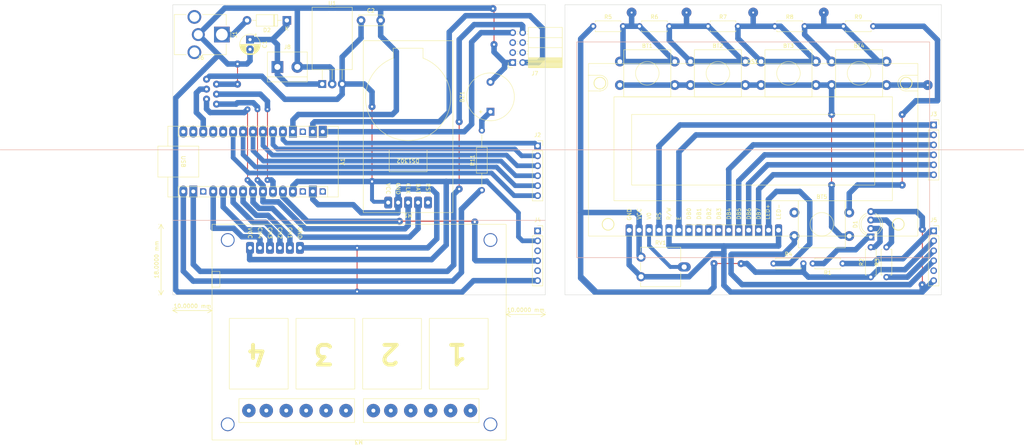
<source format=kicad_pcb>
(kicad_pcb (version 20211014) (generator pcbnew)
  (title_block (title "Gardener"))
  (layers (0 "F.Cu" signal) (31 "B.Cu" signal) (36 "B.SilkS" user "B.Silkscreen") (37 "F.SilkS" user "F.Silkscreen") (39 "F.Mask" user) (44 "Edge.Cuts" user))
  (net 0 "")
  (net 2 "GND")
  (net 9 "V12")
  (net 18 "Net-(BT1-Pad1)")
  (net 19 "Net-(BT2-Pad1)")
  (net 20 "Net-(D1-Pad2)")
  (net 21 "Net-(BT3-Pad1)")
  (net 22 "Net-(BT4-Pad1)")
  (net 23 "Net-(BT5-Pad1)")
  (net 24 "Net-(D1-Pad1)")
  (net 25 "Net-(D1-Pad3)")
  (net 27 "Net-(DS1-Pad3)")
  (net 29 "Net-(BZ1-Pad1)")
  (net 30 "Net-(D2-Pad2)")
  (net 31 "DRS")
  (net 32 "DEN")
  (net 33 "DD1")
  (net 34 "DD2")
  (net 35 "DD3")
  (net 36 "DD4")
  (net 37 "LDG")
  (net 38 "BTS")
  (net 39 "LDB")
  (net 40 "LDR")
  (net 43 "Net-(A1-Pad21)")
  (net 44 "Net-(A1-Pad19)")
  (net 45 "Net-(A1-Pad20)")
  (net 46 "Net-(A1-Pad22)")
  (net 49 "BUZZ")
  (net 51 "ESP-RX")
  (net 52 "ESP-TX")
  (net 58 "V3")
  (net 59 "Net-(DS1-Pad15)")
  (net 60 "Net-(A1-Pad13)")
  (net 61 "Net-(A1-Pad23)")
  (net 62 "Net-(A1-Pad24)")
  (net 63 "Net-(A1-Pad25)")
  (footprint "Resistor_THT:R_Axial_DIN0207_L6.3mm_D2.5mm_P15.24mm_Horizontal" (layer "F.Cu") (at 78.8 47.3 90)
    (fp_text reference "R11")
    (fp_text value "100")
  )
  (footprint "Connector_PinSocket_2.54mm:PinSocket_1x06_P2.54mm_Vertical" (layer "F.Cu") (at 194.025 30.675)
    (fp_text reference "J3")
    (fp_text value "DisplayM")
  )
  (footprint "Resistor_THT:R_Axial_DIN0207_L6.3mm_D2.5mm_P7.62mm_Horizontal" (layer "F.Cu") (at 153.5 5.5)
    (fp_text reference "R8")
    (fp_text value "1K")
  )
  (footprint "Resistor_THT:R_Axial_DIN0207_L6.3mm_D2.5mm_P7.62mm_Horizontal" (layer "F.Cu") (at 171 5.5)
    (fp_text reference "R9")
    (fp_text value "1K")
  )
  (footprint "Resistor_THT:R_Axial_DIN0207_L6.3mm_D2.5mm_P7.62mm_Horizontal" (layer "F.Cu") (at 177.991 69.469 90)
    (fp_text reference "R2")
    (fp_text value "720")
  )
  (footprint "Resistor_THT:R_Axial_DIN0207_L6.3mm_D2.5mm_P7.62mm_Horizontal" (layer "F.Cu") (at 153.19 66)
    (fp_text reference "R4")
    (fp_text value "720")
  )
  (footprint "_pica:Tactile_12_SPST" (layer "F.Cu") (at 115 11.5)
    (fp_text reference "BT1")
    (fp_text value "CH1")
  )
  (footprint "Resistor_THT:R_Axial_DIN0207_L6.3mm_D2.5mm_P7.62mm_Horizontal" (layer "F.Cu") (at 181.991 69.469 90)
    (fp_text reference "R3")
    (fp_text value "720")
  )
  (footprint "Resistor_THT:R_Axial_DIN0207_L6.3mm_D2.5mm_P7.62mm_Horizontal" (layer "F.Cu") (at 136.5 5.5)
    (fp_text reference "R7")
    (fp_text value "1K")
  )
  (footprint "_pica:RelaysModule_4" (layer "F.Cu") (at 85 111.009944 180)
    (fp_text reference "M3")
    (fp_text value "Relay_Module_4Chan")
  )
  (footprint "Resistor_THT:R_Axial_DIN0207_L6.3mm_D2.5mm_P7.62mm_Horizontal" (layer "F.Cu") (at 170.81 66 180)
    (fp_text reference "R1")
    (fp_text value "720")
  )
  (footprint "Potentiometer_THT:Potentiometer_ACP_CA9-V10_Vertical" (layer "F.Cu") (at 119.4 69.375)
    (fp_text reference "RV1")
    (fp_text value "10K")
  )
  (footprint "_pica:Tactile_12_SPST" (layer "F.Cu") (at 133 11.5)
    (fp_text reference "BT2")
    (fp_text value "CH2")
  )
  (footprint "Resistor_THT:R_Axial_DIN0207_L6.3mm_D2.5mm_P7.62mm_Horizontal" (layer "F.Cu") (at 119 5.5)
    (fp_text reference "R6")
    (fp_text value "1K")
  )
  (footprint "Capacitor_THT:C_Disc_D6.0mm_W2.5mm_P5.00mm" (layer "F.Cu") (at 48 4)
    (fp_text reference "C2")
    (fp_text value "100nF")
  )
  (footprint "LED_THT:LED_D5.0mm-4_RGB_Wide_Pins" (layer "F.Cu") (at 178 59.24 90)
    (fp_text reference "D1")
    (fp_text value "RGB LED")
  )
  (footprint "Connector_PinSocket_2.54mm:PinSocket_1x06_P2.54mm_Vertical" (layer "F.Cu") (at 93.025 57.675)
    (fp_text reference "J4")
    (fp_text value "DisplayF")
  )
  (footprint "_pica:RTC_Module" (layer "F.Cu") (at 60 53 180)
    (fp_text reference "M1")
    (fp_text value "RTC_Module")
  )
  (footprint "Package_TO_SOT_THT:TO-220-3_Horizontal_TabDown" (layer "F.Cu") (at 38.1 20.23)
    (fp_text reference "U1")
    (fp_text value "L7805")
  )
  (footprint "_pica:RJ12_pica" (layer "F.Cu") (at 0.1 15.5)
    (fp_text reference "J6")
    (fp_text value "6P6C")
  )
  (footprint "Connector_PinSocket_2.54mm:PinSocket_1x06_P2.54mm_Vertical" (layer "F.Cu") (at 194.025 57.675)
    (fp_text reference "J5")
    (fp_text value "DisplayM")
  )
  (footprint "Connector_PinSocket_2.54mm:PinSocket_2x04_P2.54mm_Horizontal" (layer "F.Cu") (at 86.675 14.75 180)
    (fp_text reference "J7")
    (fp_text value "ESP01")
  )
  (footprint "Capacitor_THT:CP_Radial_D5.0mm_P2.50mm" (layer "F.Cu") (at 19.685 8.89 -90)
    (fp_text reference "C1")
    (fp_text value "1uF")
  )
  (footprint "_pica:Tactile_12_SPST" (layer "F.Cu") (at 159.5 50)
    (fp_text reference "BT5")
    (fp_text value "MODE")
  )
  (footprint "_pica:HY-1602B-pica" (layer "F.Cu") (at 106 15)
    (fp_text reference "DS1")
    (fp_text value "HY1602B")
  )
  (footprint "_pica:Tactile_12_SPST" (layer "F.Cu") (at 169 11.5)
    (fp_text reference "BT4")
    (fp_text value "CH4")
  )
  (footprint "Resistor_THT:R_Axial_DIN0207_L6.3mm_D2.5mm_P7.62mm_Horizontal" (layer "F.Cu") (at 107.19 5.5)
    (fp_text reference "R5")
    (fp_text value "10K")
  )
  (footprint "Connector_PinSocket_2.54mm:PinSocket_1x06_P2.54mm_Vertical" (layer "F.Cu") (at 93.025 36)
    (fp_text reference "J2")
    (fp_text value "DisplayF")
  )
  (footprint "Module:Arduino_Nano" (layer "F.Cu") (at 38.24 32.39 -90)
    (fp_text reference "A1")
    (fp_text value "Arduino Nano")
  )
  (footprint "Buzzer_Beeper:Buzzer_12x9.5RM7.6" (layer "F.Cu") (at 81 27.3 90)
    (fp_text reference "BZ1")
    (fp_text value "Buzzer")
  )
  (footprint "_pica:Tactile_12_SPST" (layer "F.Cu") (at 151 11.5)
    (fp_text reference "BT3")
    (fp_text value "CH3")
  )
  (footprint "TerminalBlock:TerminalBlock_bornier-2_P5.08mm" (layer "F.Cu") (at 26.67 15.875)
    (fp_text reference "J8")
    (fp_text value "12V")
  )
  (footprint "Diode_THT:D_DO-41_SOD81_P10.16mm_Horizontal" (layer "F.Cu") (at 29.08 4 180)
    (fp_text reference "D2")
    (fp_text value "1N4001")
  )
  (footprint "Connector_BarrelJack:BarrelJack_CUI_PJ-063AH_Horizontal_CircularHoles" (layer "F.Cu") (at 12.5 7.62 -90)
    (fp_text reference "J1")
    (fp_text value "12V")
  )
  (gr_line (start -44 37) (end 217 37) (layer "B.SilkS") (width 0.15))
  (gr_rect locked (start 103 9.5) (end 193 64.5) (layer "B.SilkS") (width 0.15) (fill none))
  (gr_line locked (start 0 55) (end 95 55) (layer "B.SilkS") (width 0.15))
  (gr_rect locked (start 100 0) (end 196 74) (layer "Edge.Cuts") (width 0.1) (fill none))
  (gr_rect locked (start 0 0) (end 95 74) (layer "Edge.Cuts") (width 0.1) (fill none))
  (dimension (type aligned) (layer "F.SilkS") (pts (xy 85 79) (xy 95 79)) (height 0) (gr_text "10.0000 mm" (at 90 77.85) (layer "F.SilkS") (effects (font (size 1 1) (thickness 0.15)))) (format (units 3) (units_format 1) (precision 4)) (style (thickness 0.15) (arrow_length 1.27) (text_position_mode 0) (extension_height 0.58642) (extension_offset 0.5) keep_text_aligned))
  (dimension (type aligned) (layer "F.SilkS") (pts (xy 0 78) (xy 10 78)) (height 0) (gr_text "10.0000 mm" (at 5 76.85) (layer "F.SilkS") (effects (font (size 1 1) (thickness 0.15)))) (format (units 3) (units_format 1) (precision 4)) (style (thickness 0.15) (arrow_length 1.27) (text_position_mode 0) (extension_height 0.58642) (extension_offset 0.5) keep_text_aligned))
  (dimension (type aligned) (layer "F.SilkS") (pts (xy -3 74) (xy -3 56)) (height 0) (gr_text "18.0000 mm" (at -4.15 65 90) (layer "F.SilkS") (effects (font (size 1 1) (thickness 0.15)))) (format (units 3) (units_format 1) (precision 4)) (style (thickness 0.15) (arrow_length 1.27) (text_position_mode 0) (extension_height 0.58642) (extension_offset 0.5) keep_text_aligned))
  (segment (start 81.915 1.27) (end 81.645 1) (width 0.2) (layer "F.Cu") (net 2))
  (segment (start 191.135 71.374) (end 191.135 57.277) (width 0.2) (layer "F.Cu") (net 2))
  (segment (start 47 62.019888) (end 46.990056 62.009944) (width 0.5) (layer "F.Cu") (net 2))
  (segment (start 46.99 62.01) (end 46.990056 62.009944) (width 0.2) (layer "F.Cu") (net 2))
  (segment (start 81.915 10.16) (end 81.915 1.27) (width 0.2) (layer "F.Cu") (net 2))
  (segment (start 191.1 71.409) (end 191.135 71.374) (width 1.4) (layer "F.Cu") (net 2))
  (segment (start 16.5 15.12) (end 16.5 20.27) (width 0.2) (layer "F.Cu") (net 2))
  (segment (start 46.99 73.5) (end 46.99 62.01) (width 0.2) (layer "F.Cu") (net 2))
  (via (at 81.915 10.16) (size 1.8) (drill 0.6) (layers "F.Cu" "B.Cu") (net 2))
  (via (at 16.5 20.27) (size 1.8) (drill 0.6) (layers "F.Cu" "B.Cu") (net 2))
  (via (at 191.1 71.409) (size 1.8) (drill 0.6) (layers "F.Cu" "B.Cu") (net 2))
  (via (at 16.5 15.12) (size 1.8) (drill 0.6) (layers "F.Cu" "B.Cu") (net 2))
  (via (at 81.645 1) (size 1.8) (drill 0.6) (layers "F.Cu" "B.Cu") (net 2))
  (via (at 46.99 73.152) (size 1.5) (drill 0.5) (layers "F.Cu" "B.Cu") (net 2))
  (via (at 46.990056 62.009944) (size 1.5) (drill 0.5) (layers "F.Cu" "B.Cu") (net 2))
  (via (at 191.135 57.277) (size 1.8) (drill 0.6) (layers "F.Cu" "B.Cu") (net 2))
  (segment (start 19.685 14.315) (end 19.685 11.39) (width 1.4) (layer "B.Cu") (net 2))
  (segment (start 16.5 15.12) (end 18.88 15.12) (width 1.4) (layer "B.Cu") (net 2))
  (segment (start 40.005 15.875) (end 31.75 15.875) (width 1.4) (layer "B.Cu") (net 2))
  (segment (start 14 15.12) (end 16.5 15.12) (width 1.4) (layer "B.Cu") (net 2))
  (segment (start 142.261 73.3) (end 140.53 71.569) (width 1.4) (layer "B.Cu") (net 2))
  (segment (start 46.990056 62.009944) (end 32.408 62.009944) (width 1) (layer "B.Cu") (net 2))
  (segment (start 40.64 16.51) (end 40.005 15.875) (width 1.4) (layer "B.Cu") (net 2))
  (segment (start 64.990056 62.009944) (end 67.31 59.69) (width 1.4) (layer "B.Cu") (net 2))
  (segment (start 57.46 50.46) (end 57.46 51.399899) (width 1.4) (layer "B.Cu") (net 2))
  (segment (start 131.625 69.375) (end 137.47 63.53) (width 1.4) (layer "B.Cu") (net 2))
  (segment (start 0.7 72.7) (end 1.3 73.3) (width 1.4) (layer "B.Cu") (net 2))
  (segment (start 81.645 1) (end 81.645 0.905) (width 1) (layer "B.Cu") (net 2))
  (segment (start 32 28) (end 56 28) (width 1.4) (layer "B.Cu") (net 2))
  (segment (start 81.915 10.16) (end 81.915 12.065) (width 1.4) (layer "B.Cu") (net 2))
  (segment (start 35.7 49.642792) (end 35.7 47.63) (width 1.4) (layer "B.Cu") (net 2))
  (segment (start 53 1) (end 81.645 1) (width 1) (layer "B.Cu") (net 2))
  (segment (start 191.1 73.3) (end 191.1 71.409) (width 1.4) (layer "B.Cu") (net 2))
  (segment (start 67.31 59.69) (end 67.31 48.31) (width 1.4) (layer "B.Cu") (net 2))
  (segment (start 191.1 73.3) (end 142.261 73.3) (width 1.4) (layer "B.Cu") (net 2))
  (segment (start 11.69 12.81) (end 14 15.12) (width 1.4) (layer "B.Cu") (net 2))
  (segment (start 53 8) (end 53 4) (width 1.4) (layer "B.Cu") (net 2))
  (segment (start 32.408 62.009944) (end 64.990056 62.009944) (width 1.4) (layer "B.Cu") (net 2))
  (segment (start 48.086 53.086) (end 46 51) (width 1.4) (layer "B.Cu") (net 2))
  (segment (start 189.669 52.763) (end 178 52.763) (width 1.4) (layer "B.Cu") (net 2))
  (segment (start 37.057208 51) (end 35.7 49.642792) (width 1.4) (layer "B.Cu") (net 2))
  (segment (start 6.5 7.62) (end 13.12 1) (width 1.4) (layer "B.Cu") (net 2))
  (segment (start 30.62 29.38) (end 30.9525 29.0475) (width 1) (layer "B.Cu") (net 2))
  (segment (start 73.766 73.3) (end 76.691 70.375) (width 1.4) (layer "B.Cu") (net 2))
  (segment (start 116.37 66.345) (end 119.4 69.375) (width 1.4) (layer "B.Cu") (net 2))
  (segment (start 84.6 14.75) (end 86.675 14.75) (width 1.4) (layer "B.Cu") (net 2))
  (segment (start 13.12 1) (end 13.250001 0.869999) (width 1.4) (layer "B.Cu") (net 2))
  (segment (start 116.37 57.5) (end 116.37 66.345) (width 1.4) (layer "B.Cu") (net 2))
  (segment (start 81.609999 0.869999) (end 81.645 0.905) (width 1.4) (layer "B.Cu") (net 2))
  (segment (start 58 47) (end 57.46 47.54) (width 1.4) (layer "B.Cu") (net 2))
  (segment (start 126.53 57.5) (end 126.53 61.53) (width 1.4) (layer "B.Cu") (net 2))
  (segment (start 57.404 53.086) (end 48.086 53.086) (width 1.4) (layer "B.Cu") (net 2))
  (segment (start 13.250001 0.869999) (end 81.609999 0.869999) (width 1.4) (layer "B.Cu") (net 2))
  (segment (start 76.691 70.375) (end 93.025 70.375) (width 1.4) (layer "B.Cu") (net 2))
  (segment (start 46 51) (end 37.057208 51) (width 1.4) (layer "B.Cu") (net 2))
  (segment (start 0.7 23.8) (end 0.7 72.7) (width 1.4) (layer "B.Cu") (net 2))
  (segment (start 140.53 61.53) (end 140.53 63.53) (width 1.4) (layer "B.Cu") (net 2))
  (segment (start 194.025 70.375) (end 191.1 73.3) (width 1.4) (layer "B.Cu") (net 2))
  (segment (start 66 47) (end 58 47) (width 1.4) (layer "B.Cu") (net 2))
  (segment (start 53 1) (end 37.195 1) (width 1) (layer "B.Cu") (net 2))
  (segment (start 81 19.7) (end 84.6 16.1) (width 1.4) (layer "B.Cu") (net 2))
  (segment (start 31.75 15.875) (end 31.75 1.365) (width 1.4) (layer "B.Cu") (net 2))
  (segment (start 57.46 47.54) (end 57.46 50.46) (width 1.4) (layer "B.Cu") (net 2))
  (segment (start 30.9525 29.0475) (end 32 28) (width 1.4) (layer "B.Cu") (net 2))
  (segment (start 137.47 63.53) (end 140.53 63.53) (width 1.4) (layer "B.Cu") (net 2))
  (segment (start 67.31 48.31) (end 66 47) (width 1.4) (layer "B.Cu") (net 2))
  (segment (start 57.46 51.399899) (end 57.404 51.455899) (width 1.4) (layer "B.Cu") (net 2))
  (segment (start 53 4) (end 53 1) (width 1.4) (layer "B.Cu") (net 2))
  (segment (start 57 12) (end 53 8) (width 1.4) (layer "B.Cu") (net 2))
  (segment (start 57 27) (end 57 12) (width 1.4) (layer "B.Cu") (net 2))
  (segment (start 56 28) (end 57 27) (width 1.4) (layer "B.Cu") (net 2))
  (segment (start 30.62 32.39) (end 30.62 29.38) (width 1.4) (layer "B.Cu") (net 2))
  (segment (start 11.14 20.27) (end 16.27 20.27) (width 1.4) (layer "B.Cu") (net 2))
  (segment (start 191.135 54.229) (end 189.669 52.763) (width 1.4) (layer "B.Cu") (net 2))
  (segment (start 18.88 15.12) (end 19.685 14.315) (width 1.4) (layer "B.Cu") (net 2))
  (segment (start 140.53 71.569) (end 140.53 63.53) (width 1.4) (layer "B.Cu") (net 2))
  (segment (start 40.64 20.23) (end 40.64 16.51) (width 1.4) (layer "B.Cu") (net 2))
  (segment (start 7.86 16.64) (end 0.7 23.8) (width 1.4) (layer "B.Cu") (net 2))
  (segment (start 84.6 16.1) (end 84.6 14.75) (width 1.4) (layer "B.Cu") (net 2))
  (segment (start 126.53 61.53) (end 132.53 61.53) (width 1) (layer "B.Cu") (net 2))
  (segment (start 126.53 61.53) (end 154.47 61.53) (width 1.4) (layer "B.Cu") (net 2))
  (segment (start 57.404 51.455899) (end 57.404 53.086) (width 1.4) (layer "B.Cu") (net 2))
  (segment (start 1.3 73.3) (end 73.766 73.3) (width 1.4) (layer "B.Cu") (net 2))
  (segment (start 64.990056 62.009944) (end 46.990056 62.009944) (width 1) (layer "B.Cu") (net 2))
  (segment (start 31.385 1) (end 29 1) (width 1) (layer "B.Cu") (net 2))
  (segment (start 7.86 16.64) (end 11.69 12.81) (width 1.4) (layer "B.Cu") (net 2))
  (segment (start 191.135 57.277) (end 191.135 54.229) (width 1.4) (layer "B.Cu") (net 2))
  (segment (start 81.915 12.065) (end 84.6 14.75) (width 1.4) (layer "B.Cu") (net 2))
  (segment (start 154.47 61.53) (end 154.47 57.5) (width 1.4) (layer "B.Cu") (net 2))
  (segment (start 6.5 7.62) (end 11.69 12.81) (width 1.4) (layer "B.Cu") (net 2))
  (segment (start 119.4 69.375) (end 131.625 69.375) (width 1.4) (layer "B.Cu") (net 2))
  (segment (start 26.67 10.16) (end 25.4 8.89) (width 1.4) (layer "B.Cu") (net 9))
  (segment (start 26.67 17.78) (end 26.67 15.875) (width 1.4) (layer "B.Cu") (net 9))
  (segment (start 25.7175 8.5725) (end 29.08 5.21) (width 1.4) (layer "B.Cu") (net 9))
  (segment (start 26.67 15.875) (end 26.67 10.16) (width 1.4) (layer "B.Cu") (net 9))
  (segment (start 19.685 8.89) (end 25.4 8.89) (width 1.4) (layer "B.Cu") (net 9))
  (segment (start 29.08 4) (end 29 4) (width 1) (layer "B.Cu") (net 9))
  (segment (start 29.12 20.23) (end 26.67 17.78) (width 1.4) (layer "B.Cu") (net 9))
  (segment (start 29.08 4) (end 29.08 4.02) (width 1) (layer "B.Cu") (net 9))
  (segment (start 29.08 5.21) (end 29.08 4) (width 1.4) (layer "B.Cu") (net 9))
  (segment (start 29.08 4) (end 29.08 3.92) (width 1) (layer "B.Cu") (net 9))
  (segment (start 25.4 8.89) (end 25.7175 8.5725) (width 1.4) (layer "B.Cu") (net 9))
  (segment (start 38.1 20.23) (end 29.12 20.23) (width 1.4) (layer "B.Cu") (net 9))
  (via (at 117 2) (size 2.5) (drill 0.5) (layers "F.Cu" "B.Cu") (net 18))
  (segment (start 116.5 5.5) (end 114.81 5.5) (width 1.4) (layer "B.Cu") (net 18))
  (segment (start 128 14.5) (end 119 5.5) (width 1.4) (layer "B.Cu") (net 18))
  (segment (start 117 2) (end 117 5) (width 1.4) (layer "B.Cu") (net 18))
  (segment (start 117 5) (end 116.5 5.5) (width 1.4) (layer "B.Cu") (net 18))
  (segment (start 119 5.5) (end 116.5 5.5) (width 1.4) (layer "B.Cu") (net 18))
  (segment (start 114.81 5.5) (end 114.81 13.69) (width 1.4) (layer "B.Cu") (net 18))
  (segment (start 114.81 13.69) (end 114 14.5) (width 1.4) (layer "B.Cu") (net 18))
  (segment (start 114 14.5) (end 128 14.5) (width 1.4) (layer "B.Cu") (net 18))
  (via (at 131 2) (size 2.5) (drill 0.5) (layers "F.Cu" "B.Cu") (net 19))
  (segment (start 126.62 5.5) (end 130 5.5) (width 1.4) (layer "B.Cu") (net 19))
  (segment (start 126.62 9.12) (end 132 14.5) (width 1.4) (layer "B.Cu") (net 19))
  (segment (start 131.5 5.5) (end 136.5 5.5) (width 1.4) (layer "B.Cu") (net 19))
  (segment (start 132 14.5) (end 146 14.5) (width 1.4) (layer "B.Cu") (net 19))
  (segment (start 126.62 5.5) (end 126.62 9.12) (width 1.4) (layer "B.Cu") (net 19))
  (segment (start 145.5 14.5) (end 136.5 5.5) (width 1.4) (layer "B.Cu") (net 19))
  (segment (start 146 14.5) (end 145.5 14.5) (width 1.4) (layer "B.Cu") (net 19))
  (segment (start 131 2) (end 131 5) (width 1.4) (layer "B.Cu") (net 19))
  (segment (start 130 5.5) (end 131.5 5.5) (width 1.4) (layer "B.Cu") (net 19))
  (segment (start 131 5) (end 131.5 5.5) (width 1.4) (layer "B.Cu") (net 19))
  (segment (start 178.943 61.849) (end 180.34 60.452) (width 1.4) (layer "B.Cu") (net 20))
  (segment (start 180.017 57.081) (end 180.34 57.404) (width 1.4) (layer "B.Cu") (net 20))
  (segment (start 180.34 57.404) (end 180.34 60.452) (width 1.4) (layer "B.Cu") (net 20))
  (segment (start 177.991 61.849) (end 178.943 61.849) (width 1.4) (layer "B.Cu") (net 20))
  (segment (start 178 57.081) (end 180.017 57.081) (width 1.4) (layer "B.Cu") (net 20))
  (via (at 148 2) (size 2.5) (drill 0.5) (layers "F.Cu" "B.Cu") (net 21))
  (segment (start 144.12 5.5) (end 144.12 8.62) (width 1.4) (layer "B.Cu") (net 21))
  (segment (start 155 5.5) (end 153.5 5.5) (width 1.4) (layer "B.Cu") (net 21))
  (segment (start 153.5 5.5) (end 148 5.5) (width 1.4) (layer "B.Cu") (net 21))
  (segment (start 148 5.5) (end 144.12 5.5) (width 1.4) (layer "B.Cu") (net 21))
  (segment (start 164 14.5) (end 155 5.5) (width 1.4) (layer "B.Cu") (net 21))
  (segment (start 150 14.5) (end 164 14.5) (width 1.4) (layer "B.Cu") (net 21))
  (segment (start 148 5.5) (end 148 2) (width 1.4) (layer "B.Cu") (net 21))
  (segment (start 144.12 8.62) (end 150 14.5) (width 1.4) (layer "B.Cu") (net 21))
  (via (at 166 2) (size 2.5) (drill 0.5) (layers "F.Cu" "B.Cu") (net 22))
  (segment (start 161.12 5.5) (end 161.12 7.62) (width 1.4) (layer "B.Cu") (net 22))
  (segment (start 171 5.5) (end 166 5.5) (width 1.4) (layer "B.Cu") (net 22))
  (segment (start 166 5.5) (end 161.12 5.5) (width 1.4) (layer "B.Cu") (net 22))
  (segment (start 180 14.5) (end 171 5.5) (width 1.4) (layer "B.Cu") (net 22))
  (segment (start 168 14.5) (end 182 14.5) (width 1.4) (layer "B.Cu") (net 22))
  (segment (start 166 5.5) (end 166 2) (width 1.4) (layer "B.Cu") (net 22))
  (segment (start 182 14.5) (end 180 14.5) (width 1.4) (layer "B.Cu") (net 22))
  (segment (start 161.12 7.62) (end 168 14.5) (width 1.4) (layer "B.Cu") (net 22))
  (segment (start 186 28) (end 186 46) (width 0.2) (layer "F.Cu") (net 23))
  (via (at 186 28) (size 1.8) (drill 0.6) (layers "F.Cu" "B.Cu") (net 23))
  (via (at 186 46) (size 1.8) (drill 0.6) (layers "F.Cu" "B.Cu") (net 23))
  (segment (start 172.5 53) (end 172.5 48.099) (width 1.4) (layer "B.Cu") (net 23))
  (segment (start 195 9) (end 191.5 5.5) (width 1.4) (layer "B.Cu") (net 23))
  (segment (start 172.5 48.099) (end 174.625 45.974) (width 1.4) (layer "B.Cu") (net 23))
  (segment (start 191.5 5.5) (end 178.62 5.5) (width 1.4) (layer "B.Cu") (net 23))
  (segment (start 185.974 45.974) (end 186 46) (width 1.4) (layer "B.Cu") (net 23))
  (segment (start 186 28) (end 189.5 24.5) (width 1.4) (layer "B.Cu") (net 23))
  (segment (start 189.5 24.5) (end 195 24.5) (width 1.4) (layer "B.Cu") (net 23))
  (segment (start 174.625 45.974) (end 185.974 45.974) (width 1.4) (layer "B.Cu") (net 23))
  (segment (start 195 24.5) (end 195 9) (width 1.4) (layer "B.Cu") (net 23))
  (segment (start 163.19 66) (end 166.029 66) (width 1.4) (layer "B.Cu") (net 24))
  (segment (start 174.117 62.484) (end 177.361 59.24) (width 1.4) (layer "B.Cu") (net 24))
  (segment (start 177.361 59.24) (end 178 59.24) (width 1.4) (layer "B.Cu") (net 24))
  (segment (start 169.545 62.484) (end 174.117 62.484) (width 1.4) (layer "B.Cu") (net 24))
  (segment (start 166.029 66) (end 169.545 62.484) (width 1.4) (layer "B.Cu") (net 24))
  (segment (start 181.991 61.849) (end 183.261 60.579) (width 1.4) (layer "B.Cu") (net 25))
  (segment (start 178 54.922) (end 181.922 54.922) (width 1.4) (layer "B.Cu") (net 25))
  (segment (start 181.991 55.009) (end 182 55) (width 1.4) (layer "B.Cu") (net 25))
  (segment (start 183.261 56.261) (end 182 55) (width 1.4) (layer "B.Cu") (net 25))
  (segment (start 183.261 60.579) (end 183.261 56.261) (width 1.4) (layer "B.Cu") (net 25))
  (segment (start 181.922 54.922) (end 182 55) (width 1.4) (layer "B.Cu") (net 25))
  (segment (start 126.875 66.875) (end 121.45 61.45) (width 1) (layer "B.Cu") (net 27))
  (segment (start 121.45 61.45) (end 121.45 57.5) (width 1) (layer "B.Cu") (net 27))
  (segment (start 129.4 66.875) (end 126.875 66.875) (width 1) (layer "B.Cu") (net 27))
  (segment (start 78.8 32.06) (end 78.8 29.5) (width 1.4) (layer "B.Cu") (net 29))
  (segment (start 78.8 29.5) (end 81 27.3) (width 1.4) (layer "B.Cu") (net 29))
  (segment (start 12.5 7.62) (end 15.3 7.62) (width 1.4) (layer "B.Cu") (net 30))
  (segment (start 15.3 7.62) (end 18.92 4) (width 1.4) (layer "B.Cu") (net 30))
  (segment (start 28.956 35.306) (end 92.331 35.306) (width 1.2) (layer "B.Cu") (net 31))
  (segment (start 28.08 32.39) (end 28.08 34.43) (width 1.2) (layer "B.Cu") (net 31))
  (segment (start 123.952 36.068) (end 123.99 36.106) (width 1.4) (layer "B.Cu") (net 31))
  (segment (start 28.08 34.43) (end 28.956 35.306) (width 1.2) (layer "B.Cu") (net 31))
  (segment (start 129.345 30.675) (end 123.952 36.068) (width 1.4) (layer "B.Cu") (net 31))
  (segment (start 194.025 30.675) (end 129.345 30.675) (width 1.4) (layer "B.Cu") (net 31))
  (segment (start 123.99 36.106) (end 123.99 57.5) (width 1.4) (layer "B.Cu") (net 31))
  (segment (start 92.331 35.306) (end 93.025 36) (width 1.2) (layer "B.Cu") (net 31))
  (segment (start 133.409 33.215) (end 129.07 37.554) (width 1.4) (layer "B.Cu") (net 32))
  (segment (start 26.67 36.83) (end 25.54 35.7) (width 1.2) (layer "B.Cu") (net 32))
  (segment (start 25.54 35.7) (end 25.54 32.39) (width 1.2) (layer "B.Cu") (net 32))
  (segment (start 88.959 38.54) (end 87.219 36.8) (width 1.2) (layer "B.Cu") (net 32))
  (segment (start 26.7 36.8) (end 26.67 36.83) (width 1.2) (layer "B.Cu") (net 32))
  (segment (start 87.219 36.8) (end 26.7 36.8) (width 1.2) (layer "B.Cu") (net 32))
  (segment (start 129.07 37.554) (end 129.07 57.5) (width 1.4) (layer "B.Cu") (net 32))
  (segment (start 194.025 33.215) (end 133.409 33.215) (width 1.4) (layer "B.Cu") (net 32))
  (segment (start 93.025 38.54) (end 88.959 38.54) (width 1.2) (layer "B.Cu") (net 32))
  (segment (start 194.025 35.755) (end 148.014 35.755) (width 1.4) (layer "B.Cu") (net 33))
  (segment (start 87.816 41.08) (end 85.09 38.354) (width 1.2) (layer "B.Cu") (net 33))
  (segment (start 93.025 41.08) (end 87.816 41.08) (width 1.2) (layer "B.Cu") (net 33))
  (segment (start 25.4 38.354) (end 23 35.954) (width 1.2) (layer "B.Cu") (net 33))
  (segment (start 85.09 38.354) (end 25.4 38.354) (width 1.2) (layer "B.Cu") (net 33))
  (segment (start 148.014 35.755) (end 141.732 42.037) (width 1.4) (layer "B.Cu") (net 33))
  (segment (start 23 35.954) (end 23 32.39) (width 1.2) (layer "B.Cu") (net 33))
  (segment (start 141.77 42.075) (end 141.77 57.5) (width 1.4) (layer "B.Cu") (net 33))
  (segment (start 141.732 42.037) (end 141.77 42.075) (width 1.4) (layer "B.Cu") (net 33))
  (segment (start 87.433699 43.62) (end 93.025 43.62) (width 1.2) (layer "B.Cu") (net 34))
  (segment (start 20.46 37.224) (end 23.114 39.878) (width 1.2) (layer "B.Cu") (net 34))
  (segment (start 23.114 39.878) (end 83.691699 39.878) (width 1.2) (layer "B.Cu") (net 34))
  (segment (start 20.46 32.39) (end 20.46 37.224) (width 1.2) (layer "B.Cu") (net 34))
  (segment (start 83.691699 39.878) (end 87.433699 43.62) (width 1.2) (layer "B.Cu") (net 34))
  (segment (start 150.935 38.295) (end 144.31 44.92) (width 1.4) (layer "B.Cu") (net 34))
  (segment (start 194.025 38.295) (end 150.935 38.295) (width 1.4) (layer "B.Cu") (net 34))
  (segment (start 144.31 44.92) (end 144.31 57.5) (width 1.4) (layer "B.Cu") (net 34))
  (segment (start 17.92 32.39) (end 17.92 38.24) (width 1.2) (layer "B.Cu") (net 35))
  (segment (start 194.025 40.835) (end 151.697 40.835) (width 1.4) (layer "B.Cu") (net 35))
  (segment (start 146.812 45.72) (end 146.85 45.758) (width 1.4) (layer "B.Cu") (net 35))
  (segment (start 87.308 46.16) (end 93.025 46.16) (width 1.2) (layer "B.Cu") (net 35))
  (segment (start 17.92 38.24) (end 21.082 41.402) (width 1.2) (layer "B.Cu") (net 35))
  (segment (start 82.55 41.402) (end 87.308 46.16) (width 1.2) (layer "B.Cu") (net 35))
  (segment (start 21.082 41.402) (end 82.55 41.402) (width 1.2) (layer "B.Cu") (net 35))
  (segment (start 146.85 45.758) (end 146.85 57.5) (width 1.4) (layer "B.Cu") (net 35))
  (segment (start 151.697 40.835) (end 146.812 45.72) (width 1.4) (layer "B.Cu") (net 35))
  (segment (start 87.054 48.7) (end 93.025 48.7) (width 1.2) (layer "B.Cu") (net 36))
  (segment (start 15.38 39.002) (end 19.304 42.926) (width 1.2) (layer "B.Cu") (net 36))
  (segment (start 19.304 42.926) (end 81.28 42.926) (width 1.2) (layer "B.Cu") (net 36))
  (segment (start 15.38 32.39) (end 15.38 39.002) (width 1.2) (layer "B.Cu") (net 36))
  (segment (start 81.28 42.926) (end 87.054 48.7) (width 1.2) (layer "B.Cu") (net 36))
  (segment (start 149.39 47.079) (end 153.094 43.375) (width 1.4) (layer "B.Cu") (net 36))
  (segment (start 153.094 43.375) (end 194.025 43.375) (width 1.4) (layer "B.Cu") (net 36))
  (segment (start 149.39 57.5) (end 149.39 47.079) (width 1.4) (layer "B.Cu") (net 36))
  (segment (start 50.8 44.45) (end 50.8 26) (width 0.2) (layer "F.Cu") (net 37))
  (segment (start 138 66) (end 144 66) (width 0.2) (layer "F.Cu") (net 37))
  (via (at 50.8 45.085) (size 1.8) (drill 0.6) (layers "F.Cu" "B.Cu") (net 37))
  (via (at 138 66) (size 1.8) (drill 0.6) (layers "F.Cu" "B.Cu") (net 37))
  (via (at 50.8 26) (size 1.8) (drill 0.6) (layers "F.Cu" "B.Cu") (net 37))
  (via (at 144.907 66.04) (size 1.8) (drill 0.6) (layers "F.Cu" "B.Cu") (net 37))
  (segment (start 107.59 73.3) (end 136.7 73.3) (width 1.4) (layer "B.Cu") (net 37))
  (segment (start 162.089 69.469) (end 160.81 68.19) (width 1.4) (layer "B.Cu") (net 37))
  (segment (start 51.2826 50.2605) (end 54.7205 50.2605) (width 1) (layer "B.Cu") (net 37))
  (segment (start 104.224 8.466) (end 104 8.69) (width 1) (layer "B.Cu") (net 37))
  (segment (start 50.8 22.225) (end 50.8 26) (width 1.4) (layer "B.Cu") (net 37))
  (segment (start 43.18 13.335) (end 48 8.515) (width 1.4) (layer "B.Cu") (net 37))
  (segment (start 104 8.69) (end 104 69.71) (width 1.4) (layer "B.Cu") (net 37))
  (segment (start 66 65) (end 19.582 65) (width 1.4) (layer "B.Cu") (net 37))
  (segment (start 48.805 20.23) (end 50.8 22.225) (width 1.4) (layer "B.Cu") (net 37))
  (segment (start 88.138 53.086) (end 88.138 59.182) (width 1.2) (layer "B.Cu") (net 37))
  (segment (start 79.9654 45.085) (end 80.0512 44.9992) (width 1.4) (layer "B.Cu") (net 37))
  (segment (start 54.7205 50.2605) (end 54.92 50.46) (width 1) (layer "B.Cu") (net 37))
  (segment (start 160.801 68.199) (end 160.81 68.19) (width 1.4) (layer "B.Cu") (net 37))
  (segment (start 50.8 49.7779) (end 51.2826 50.2605) (width 1) (layer "B.Cu") (net 37))
  (segment (start 118.91 57.5) (end 118.91 63.885) (width 1.4) (layer "B.Cu") (net 37))
  (segment (start 9.36 18.24) (end 22.685 18.24) (width 1.4) (layer "B.Cu") (net 37))
  (segment (start 89.171 60.215) (end 93.025 60.215) (width 1.2) (layer "B.Cu") (net 37))
  (segment (start 8.6 19) (end 9.36 18.24) (width 1.4) (layer "B.Cu") (net 37))
  (segment (start 19.582 65) (end 19.582 62.115283) (width 1.4) (layer "B.Cu") (net 37))
  (segment (start 88.138 59.182) (end 89.171 60.215) (width 1.2) (layer "B.Cu") (net 37))
  (segment (start 177.991 69.469) (end 179.896 67.564) (width 1.4) (layer "B.Cu") (net 37))
  (segment (start 22.685 18.24) (end 28.575 24.13) (width 1.4) (layer "B.Cu") (net 37))
  (segment (start 118 53) (end 118.91 53.91) (width 1.4) (layer "B.Cu") (net 37))
  (segment (start 30.62 46.215) (end 30.62 47.63) (width 1.4) (layer "B.Cu") (net 37))
  (segment (start 138 72) (end 138 66) (width 1.4) (layer "B.Cu") (net 37))
  (segment (start 136.5 73.5) (end 108.5 73.5) (width 1) (layer "B.Cu") (net 37))
  (segment (start 138 72) (end 136.5 73.5) (width 1) (layer "B.Cu") (net 37))
  (segment (start 80.0512 44.9992) (end 88.138 53.086) (width 1.2) (layer "B.Cu") (net 37))
  (segment (start 69.723 61.277) (end 66 65) (width 1.4) (layer "B.Cu") (net 37))
  (segment (start 136.7 73.3) (end 138 72) (width 1.4) (layer "B.Cu") (net 37))
  (segment (start 148.59 68.199) (end 160.801 68.199) (width 1.4) (layer "B.Cu") (net 37))
  (segment (start 146.351 66.04) (end 146.391 66) (width 1.4) (layer "B.Cu") (net 37))
  (segment (start 43.18 20.23) (end 48.805 20.23) (width 1.4) (layer "B.Cu") (net 37))
  (segment (start 69.723 45.085) (end 69.723 61.277) (width 1.4) (layer "B.Cu") (net 37))
  (segment (start 104 8.69) (end 104 53) (width 1) (layer "B.Cu") (net 37))
  (segment (start 177.991 69.469) (end 162.089 69.469) (width 1.4) (layer "B.Cu") (net 37))
  (segment (start 69.723 45.085) (end 79.9654 45.085) (width 1.4) (layer "B.Cu") (net 37))
  (segment (start 107.19 5.5) (end 104.224 8.466) (width 1.4) (layer "B.Cu") (net 37))
  (segment (start 50.8 45.085) (end 69.723 45.085) (width 1.4) (layer "B.Cu") (net 37))
  (segment (start 19.582 62.115283) (end 19.687339 62.009944) (width 1.4) (layer "B.Cu") (net 37))
  (segment (start 31.75 45.085) (end 50.8 45.085) (width 1.4) (layer "B.Cu") (net 37))
  (segment (start 31.75 45.085) (end 30.62 46.215) (width 1.4) (layer "B.Cu") (net 37))
  (segment (start 104 53) (end 118 53) (width 1.4) (layer "B.Cu") (net 37))
  (segment (start 43.18 22.86) (end 43.18 20.23) (width 1.4) (layer "B.Cu") (net 37))
  (segment (start 50.8 49.7779) (end 50.8 45.085) (width 1) (layer "B.Cu") (net 37))
  (segment (start 43.18 20.23) (end 43.18 13.335) (width 1.4) (layer "B.Cu") (net 37))
  (segment (start 146.391 66) (end 148.59 68.199) (width 1.4) (layer "B.Cu") (net 37))
  (segment (start 48 8.515) (end 48 4) (width 1.4) (layer "B.Cu") (net 37))
  (segment (start 118.91 63.885) (end 119.4 64.375) (width 1.4) (layer "B.Cu") (net 37))
  (segment (start 186.676 67.564) (end 194.025 60.215) (width 1.4) (layer "B.Cu") (net 37))
  (segment (start 28.575 24.13) (end 41.91 24.13) (width 1.4) (layer "B.Cu") (net 37))
  (segment (start 160.81 68.19) (end 160.81 66) (width 1.4) (layer "B.Cu") (net 37))
  (segment (start 144.907 66.04) (end 146.351 66.04) (width 1.4) (layer "B.Cu") (net 37))
  (segment (start 108.5 73.5) (end 104 69) (width 1) (layer "B.Cu") (net 37))
  (segment (start 104 69.71) (end 107.59 73.3) (width 1.4) (layer "B.Cu") (net 37))
  (segment (start 104 69) (end 104 53) (width 1) (layer "B.Cu") (net 37))
  (segment (start 118.91 57.5) (end 118.91 53.91) (width 1.4) (layer "B.Cu") (net 37))
  (segment (start 179.896 67.564) (end 186.676 67.564) (width 1.4) (layer "B.Cu") (net 37))
  (segment (start 41.91 24.13) (end 43.18 22.86) (width 1.4) (layer "B.Cu") (net 37))
  (segment (start 168 46) (end 168 28) (width 0.2) (layer "F.Cu") (net 38))
  (segment (start 76.835 55.245) (end 77 55.41) (width 0.2) (layer "F.Cu") (net 38))
  (segment (start 57.785 55.245) (end 76.835 55.245) (width 0.2) (layer "F.Cu") (net 38))
  (via (at 192.5 20.5) (size 2.5) (drill 0.5) (layers "F.Cu" "B.Cu") (net 38))
  (via (at 168 28) (size 1.8) (drill 0.6) (layers "F.Cu" "B.Cu") (net 38))
  (via (at 77 55.41) (size 1.8) (drill 0.6) (layers "F.Cu" "B.Cu") (net 38))
  (via (at 57.785 55.245) (size 1.8) (drill 0.6) (layers "F.Cu" "B.Cu") (net 38))
  (via (at 168 46) (size 1.8) (drill 0.6) (layers "F.Cu" "B.Cu") (net 38))
  (segment (start 187.946 71.374) (end 145.161 71.374) (width 1.4) (layer "B.Cu") (net 38))
  (segment (start 182 20.5) (end 192.5 20.5) (width 1.4) (layer "B.Cu") (net 38))
  (segment (start 128 20.5) (end 132 20.5) (width 1.4) (layer "B.Cu") (net 38))
  (segment (start 150 20.5) (end 164 20.5) (width 1.4) (layer "B.Cu") (net 38))
  (segment (start 28.08 49.035) (end 28.08 47.63) (width 1.4) (layer "B.Cu") (net 38))
  (segment (start 170.379 59) (end 168 56.621) (width 1.4) (layer "B.Cu") (net 38))
  (segment (start 172.5 59) (end 170.379 59) (width 1.4) (layer "B.Cu") (net 38))
  (segment (start 194.025 65.295) (end 187.946 71.374) (width 1.4) (layer "B.Cu") (net 38))
  (segment (start 132 20.5) (end 146 20.5) (width 1.4) (layer "B.Cu") (net 38))
  (segment (start 168 20.5) (end 182 20.5) (width 1.4) (layer "B.Cu") (net 38))
  (segment (start 57.785 55.245) (end 34.29 55.245) (width 1.4) (layer "B.Cu") (net 38))
  (segment (start 168 28) (end 168 20.5) (width 1.4) (layer "B.Cu") (net 38))
  (segment (start 34.29 55.245) (end 28.08 49.035) (width 1.4) (layer "B.Cu") (net 38))
  (segment (start 146 20.5) (end 150 20.5) (width 1.4) (layer "B.Cu") (net 38))
  (segment (start 142.367 63.754) (end 142.494 63.627) (width 1.4) (layer "B.Cu") (net 38))
  (segment (start 114 20.5) (end 128 20.5) (width 1.4) (layer "B.Cu") (net 38))
  (segment (start 158.5 60.829) (end 158.5 59) (width 1.4) (layer "B.Cu") (net 38))
  (segment (start 77 65) (end 77 55.41) (width 1.4) (layer "B.Cu") (net 38))
  (segment (start 155.702 63.627) (end 158.5 60.829) (width 1.4) (layer "B.Cu") (net 38))
  (segment (start 142.367 68.58) (end 142.367 63.754) (width 1.4) (layer "B.Cu") (net 38))
  (segment (start 77.295 65.295) (end 77 65) (width 1.4) (layer "B.Cu") (net 38))
  (segment (start 164 20.5) (end 168 20.5) (width 1.4) (layer "B.Cu") (net 38))
  (segment (start 142.494 63.627) (end 155.702 63.627) (width 1.4) (layer "B.Cu") (net 38))
  (segment (start 93.025 65.295) (end 77.295 65.295) (width 1.4) (layer "B.Cu") (net 38))
  (segment (start 168 56.621) (end 168 46) (width 1.4) (layer "B.Cu") (net 38))
  (segment (start 145.161 71.374) (end 142.367 68.58) (width 1.4) (layer "B.Cu") (net 38))
  (segment (start 187.311 69.469) (end 194.025 62.755) (width 1.4) (layer "B.Cu") (net 39))
  (segment (start 181.991 69.469) (end 187.311 69.469) (width 1.4) (layer "B.Cu") (net 39))
  (segment (start 179.832 64.77) (end 178.602 66) (width 1.4) (layer "B.Cu") (net 40))
  (segment (start 194.025 57.675) (end 193.277 57.675) (width 1.4) (layer "B.Cu") (net 40))
  (segment (start 186.182 64.77) (end 179.832 64.77) (width 1.4) (layer "B.Cu") (net 40))
  (segment (start 178.602 66) (end 170.81 66) (width 1.4) (layer "B.Cu") (net 40))
  (segment (start 193.277 57.675) (end 186.182 64.77) (width 1.4) (layer "B.Cu") (net 40))
  (segment (start 15.38 50.432) (end 20.447 55.499) (width 1.4) (layer "B.Cu") (net 43))
  (segment (start 23.622 55.499) (end 27.306633 59.183633) (width 1.4) (layer "B.Cu") (net 43))
  (segment (start 15.38 47.63) (end 15.38 50.432) (width 1.4) (layer "B.Cu") (net 43))
  (segment (start 27.306633 59.183633) (end 27.306633 62) (width 1.4) (layer "B.Cu") (net 43))
  (segment (start 20.447 55.499) (end 23.622 55.499) (width 1.4) (layer "B.Cu") (net 43))
  (segment (start 10.3 57.01) (end 10.3 47.63) (width 1.4) (layer "B.Cu") (net 44))
  (segment (start 21.59 59.182) (end 17.653 59.182) (width 1.4) (layer "B.Cu") (net 44))
  (segment (start 10.287 57.023) (end 10.3 57.01) (width 1.4) (layer "B.Cu") (net 44))
  (segment (start 22.226633 62) (end 22.226633 59.818633) (width 1.4) (layer "B.Cu") (net 44))
  (segment (start 15.494 57.023) (end 10.287 57.023) (width 1.4) (layer "B.Cu") (net 44))
  (segment (start 22.226633 59.818633) (end 21.59 59.182) (width 1.4) (layer "B.Cu") (net 44))
  (segment (start 17.653 59.182) (end 15.494 57.023) (width 1.4) (layer "B.Cu") (net 44))
  (segment (start 22.86 57.404) (end 24.766633 59.310633) (width 1.4) (layer "B.Cu") (net 45))
  (segment (start 24.766633 59.310633) (end 24.766633 62) (width 1.4) (layer "B.Cu") (net 45))
  (segment (start 12.84 51.575) (end 18.669 57.404) (width 1.4) (layer "B.Cu") (net 45))
  (segment (start 18.669 57.404) (end 22.86 57.404) (width 1.4) (layer "B.Cu") (net 45))
  (segment (start 12.84 47.63) (end 12.84 51.575) (width 1.4) (layer "B.Cu") (net 45))
  (segment (start 17.92 50.305) (end 17.92 47.63) (width 1.4) (layer "B.Cu") (net 46))
  (segment (start 29.845 61.998367) (end 29.846633 62) (width 1.4) (layer "B.Cu") (net 46))
  (segment (start 29.846633 62) (end 29.846633 59.310633) (width 1.4) (layer "B.Cu") (net 46))
  (segment (start 29.846633 59.310633) (end 24.257 53.721) (width 1.4) (layer "B.Cu") (net 46))
  (segment (start 21.336 53.721) (end 17.92 50.305) (width 1.4) (layer "B.Cu") (net 46))
  (segment (start 24.257 53.721) (end 21.336 53.721) (width 1.4) (layer "B.Cu") (net 46))
  (segment (start 74.1 52) (end 73.7 52.4) (width 1) (layer "B.Cu") (net 49))
  (segment (start 71.381 70.485) (end 73.6 68.266) (width 1.4) (layer "B.Cu") (net 49))
  (segment (start 76.1 50) (end 74.1 52) (width 1) (layer "B.Cu") (net 49))
  (segment (start 78.8 47.3) (end 76.1 50) (width 1) (layer "B.Cu") (net 49))
  (segment (start 73.6 52.13) (end 78.43 47.3) (width 1.4) (layer "B.Cu") (net 49))
  (segment (start 73.7 52.4) (end 73.6 52.5) (width 1) (layer "B.Cu") (net 49))
  (segment (start 73.6 52.5) (end 73.6 68.266) (width 1) (layer "B.Cu") (net 49))
  (segment (start 78.43 47.3) (end 78.8 47.3) (width 1.4) (layer "B.Cu") (net 49))
  (segment (start 2.68 67.958) (end 5.207 70.485) (width 1.4) (layer "B.Cu") (net 49))
  (segment (start 2.68 47.63) (end 2.68 67.958) (width 1.4) (layer "B.Cu") (net 49))
  (segment (start 73.6 68.266) (end 73.6 52.13) (width 1.4) (layer "B.Cu") (net 49))
  (segment (start 5.207 70.485) (end 71.381 70.485) (width 1.4) (layer "B.Cu") (net 49))
  (segment (start 76.2 30.48) (end 74.29 32.39) (width 1.4) (layer "B.Cu") (net 51))
  (segment (start 74.29 32.39) (end 38.24 32.39) (width 1.4) (layer "B.Cu") (net 51))
  (segment (start 78.595 7.13) (end 76.2 9.525) (width 1.4) (layer "B.Cu") (net 51))
  (segment (start 86.675 7.13) (end 78.595 7.13) (width 1.4) (layer "B.Cu") (net 51))
  (segment (start 76.2 9.525) (end 76.2 30.48) (width 1.4) (layer "B.Cu") (net 51))
  (segment (start 94.3 13.65) (end 93.2 14.75) (width 1.4) (layer "B.Cu") (net 52))
  (segment (start 36.195 29.845) (end 67.945 29.845) (width 1.4) (layer "B.Cu") (net 52))
  (segment (start 74.67 2.8) (end 91.065 2.8) (width 1.4) (layer "B.Cu") (net 52))
  (segment (start 70.485 27.305) (end 70.485 6.985) (width 1.4) (layer "B.Cu") (net 52))
  (segment (start 35.7 30.34) (end 36.195 29.845) (width 1.4) (layer "B.Cu") (net 52))
  (segment (start 35.7 32.39) (end 35.7 30.34) (width 1.4) (layer "B.Cu") (net 52))
  (segment (start 91.065 2.8) (end 94.3 6.035) (width 1.4) (layer "B.Cu") (net 52))
  (segment (start 94.3 6.035) (end 94.3 13.65) (width 1.4) (layer "B.Cu") (net 52))
  (segment (start 70.485 6.985) (end 74.67 2.8) (width 1.4) (layer "B.Cu") (net 52))
  (segment (start 67.945 29.845) (end 70.485 27.305) (width 1.4) (layer "B.Cu") (net 52))
  (segment (start 93.2 14.75) (end 89.215 14.75) (width 1.4) (layer "B.Cu") (net 52))
  (segment (start 73.025 29.845) (end 73.025 46.99) (width 0.2) (layer "F.Cu") (net 58))
  (via (at 73.025 29.845) (size 1.8) (drill 0.6) (layers "F.Cu" "B.Cu") (net 58))
  (via (at 73.025 46.99) (size 1.8) (drill 0.6) (layers "F.Cu" "B.Cu") (net 58))
  (segment (start 5.22 47.63) (end 5.22 66.22) (width 1.4) (layer "B.Cu") (net 58))
  (segment (start 70 68) (end 71.628 66.372) (width 1.4) (layer "B.Cu") (net 58))
  (segment (start 89.215 5.395) (end 89.215 7.13) (width 1.4) (layer "B.Cu") (net 58))
  (segment (start 73.025 29.845) (end 73.025 8.89) (width 1.4) (layer "B.Cu") (net 58))
  (segment (start 76.835 5.08) (end 88.9 5.08) (width 1.4) (layer "B.Cu") (net 58))
  (segment (start 5.22 66.22) (end 7 68) (width 1.4) (layer "B.Cu") (net 58))
  (segment (start 71.628 48.387) (end 73.025 46.99) (width 1.4) (layer "B.Cu") (net 58))
  (segment (start 7 68) (end 70 68) (width 1.4) (layer "B.Cu") (net 58))
  (segment (start 73.025 8.89) (end 76.835 5.08) (width 1.4) (layer "B.Cu") (net 58))
  (segment (start 71.628 66.372) (end 71.628 48.387) (width 1.4) (layer "B.Cu") (net 58))
  (segment (start 88.9 5.08) (end 89.215 5.395) (width 1.4) (layer "B.Cu") (net 58))
  (segment (start 151.93 49.695) (end 151.93 57.5) (width 1.4) (layer "B.Cu") (net 59))
  (segment (start 153.19 66) (end 157.44 66) (width 1.4) (layer "B.Cu") (net 59))
  (segment (start 162.433 61.007) (end 162.433 50.165) (width 1.4) (layer "B.Cu") (net 59))
  (segment (start 151.892 49.657) (end 151.93 49.695) (width 1.4) (layer "B.Cu") (net 59))
  (segment (start 153.924 47.625) (end 151.892 49.657) (width 1.4) (layer "B.Cu") (net 59))
  (segment (start 162.433 50.165) (end 159.893 47.625) (width 1.4) (layer "B.Cu") (net 59))
  (segment (start 157.44 66) (end 162.433 61.007) (width 1.4) (layer "B.Cu") (net 59))
  (segment (start 159.893 47.625) (end 153.924 47.625) (width 1.4) (layer "B.Cu") (net 59))
  (segment (start 6 27.5) (end 7.76 29.26) (width 1.4) (layer "B.Cu") (net 60))
  (segment (start 6.96 21.54) (end 6 22.5) (width 1.4) (layer "B.Cu") (net 60))
  (segment (start 7.76 29.26) (end 7.76 32.39) (width 1.4) (layer "B.Cu") (net 60))
  (segment (start 7.62 32.25) (end 7.76 32.39) (width 1.4) (layer "B.Cu") (net 60))
  (segment (start 6 22.5) (end 6 27.5) (width 1.4) (layer "B.Cu") (net 60))
  (segment (start 8.6 21.54) (end 6.96 21.54) (width 1.4) (layer "B.Cu") (net 60))
  (segment (start 19.05 44.45) (end 19.05 26.67) (width 0.2) (layer "F.Cu") (net 61))
  (via (at 19.05 44.704) (size 1.5) (drill 0.5) (layers "F.Cu" "B.Cu") (net 61))
  (via (at 19.05 26.67) (size 1.5) (drill 0.5) (layers "F.Cu" "B.Cu") (net 61))
  (segment (start 18.22 27.5) (end 19.05 26.67) (width 1.4) (layer "B.Cu") (net 61))
  (segment (start 8.6 24.08) (end 8.6 26.6) (width 1.4) (layer "B.Cu") (net 61))
  (segment (start 9.5 27.5) (end 18.22 27.5) (width 1.4) (layer "B.Cu") (net 61))
  (segment (start 25.4 51.943) (end 32.735102 59.278102) (width 1.4) (layer "B.Cu") (net 61))
  (segment (start 20.46 47.63) (end 20.46 46.114) (width 1.4) (layer "B.Cu") (net 61))
  (segment (start 21.993797 51.943) (end 25.4 51.943) (width 1.4) (layer "B.Cu") (net 61))
  (segment (start 60.355898 59.278102) (end 62.54 57.094) (width 1.4) (layer "B.Cu") (net 61))
  (segment (start 62.54 57.094) (end 62.54 50.46) (width 1.4) (layer "B.Cu") (net 61))
  (segment (start 32.735102 59.278102) (end 60.355898 59.278102) (width 1.4) (layer "B.Cu") (net 61))
  (segment (start 20.46 47.63) (end 20.46 50.409203) (width 1.4) (layer "B.Cu") (net 61))
  (segment (start 20.46 50.409203) (end 21.993797 51.943) (width 1.4) (layer "B.Cu") (net 61))
  (segment (start 20.46 46.114) (end 19.05 44.704) (width 1.4) (layer "B.Cu") (net 61))
  (segment (start 8.6 26.6) (end 9.5 27.5) (width 1.4) (layer "B.Cu") (net 61))
  (segment (start 21.59 44.45) (end 21.59 26.67) (width 0.2) (layer "F.Cu") (net 62))
  (via (at 21.59 44.704) (size 1.5) (drill 0.5) (layers "F.Cu" "B.Cu") (net 62))
  (via (at 21.59 26.67) (size 1.5) (drill 0.5) (layers "F.Cu" "B.Cu") (net 62))
  (segment (start 59.182 57.15) (end 33.782 57.15) (width 1.4) (layer "B.Cu") (net 62))
  (segment (start 60 56.332) (end 59.182 57.15) (width 1.4) (layer "B.Cu") (net 62))
  (segment (start 23 47.63) (end 22.86 47.77) (width 1) (layer "B.Cu") (net 62))
  (segment (start 60 50.46) (end 60 56.332) (width 1.4) (layer "B.Cu") (net 62))
  (segment (start 22.987 47.643) (end 23 47.63) (width 1.4) (layer "B.Cu") (net 62))
  (segment (start 21.59 26.09) (end 21.59 26.67) (width 1.4) (layer "B.Cu") (net 62))
  (segment (start 33.782 57.15) (end 26.924 50.292) (width 1.4) (layer "B.Cu") (net 62))
  (segment (start 20.5 25) (end 21.59 26.09) (width 1.4) (layer "B.Cu") (net 62))
  (segment (start 26.924 50.292) (end 22.987 50.292) (width 1.4) (layer "B.Cu") (net 62))
  (segment (start 11.14 25.35) (end 16.15 25.35) (width 1.4) (layer "B.Cu") (net 62))
  (segment (start 16.5 25) (end 20.5 25) (width 1.4) (layer "B.Cu") (net 62))
  (segment (start 22.987 50.292) (end 22.987 47.643) (width 1.4) (layer "B.Cu") (net 62))
  (segment (start 23 46.114) (end 21.59 44.704) (width 1.4) (layer "B.Cu") (net 62))
  (segment (start 23 47.63) (end 23 46.114) (width 1.4) (layer "B.Cu") (net 62))
  (segment (start 16.15 25.35) (end 16.5 25) (width 1.4) (layer "B.Cu") (net 62))
  (segment (start 24.13 44.45) (end 24.13 26.67) (width 0.2) (layer "F.Cu") (net 63))
  (via (at 24.13 26.67) (size 1.5) (drill 0.5) (layers "F.Cu" "B.Cu") (net 63))
  (via (at 24.13 44.704) (size 1.5) (drill 0.5) (layers "F.Cu" "B.Cu") (net 63))
  (segment (start 22.31 22.81) (end 24.13 24.63) (width 1.4) (layer "B.Cu") (net 63))
  (segment (start 11.14 22.81) (end 22.31 22.81) (width 1.4) (layer "B.Cu") (net 63))
  (segment (start 25.54 45.098) (end 25.146 44.704) (width 1.4) (layer "B.Cu") (net 63))
  (segment (start 24.13 24.63) (end 24.13 26.67) (width 1.4) (layer "B.Cu") (net 63))
  (segment (start 25.54 47.63) (end 25.54 45.098) (width 1.4) (layer "B.Cu") (net 63))
  (segment (start 25.146 44.704) (end 24.13 44.704) (width 1.4) (layer "B.Cu") (net 63))
)
</source>
